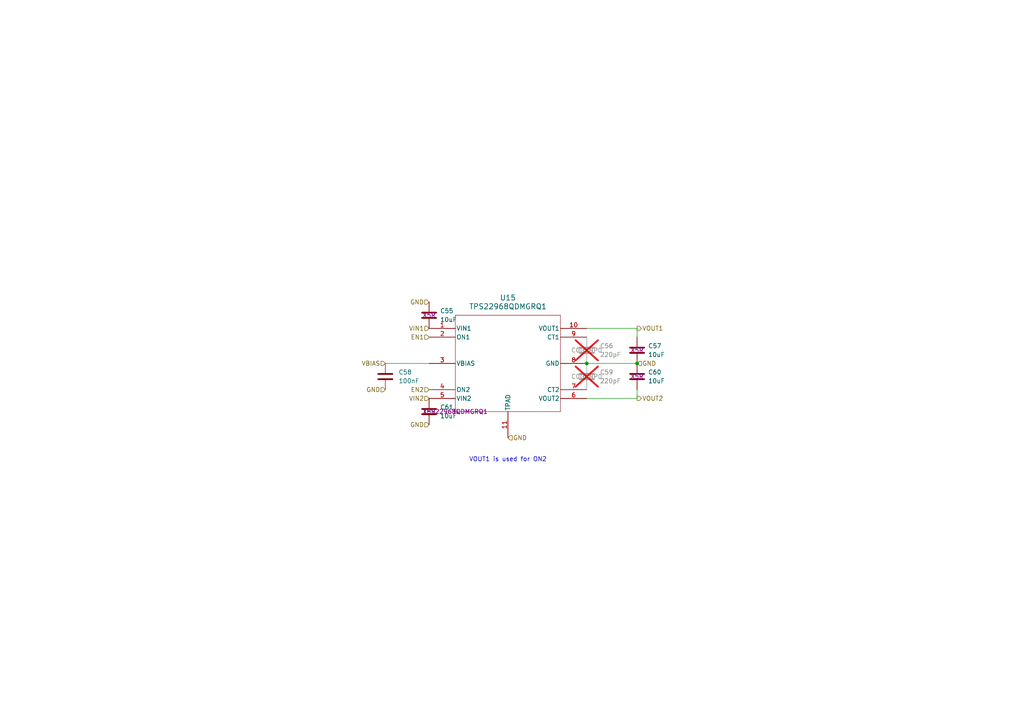
<source format=kicad_sch>
(kicad_sch (version 20250114) (generator "eeschema") (generator_version "9.0")
  (paper "A4")
  (lib_symbols
    (symbol "Common:TPS22968QDMGRQ1" (pin_names (offset 0.254))
      (property "Reference" "U" (at 15.24 33.02 0))
      (property "Value" "TPS22968QDMGRQ1" (at 15.24 30.48 0))
      (symbol "TPS22968QDMGRQ1_0_1"
        (polyline (pts (xy 0 27.94) (xy 0 0)) (stroke (width 0.127)))
        (polyline (pts (xy 0 0) (xy 30.48 0)) (stroke (width 0.127)))
        (polyline (pts (xy 30.48 27.94) (xy 0 27.94)) (stroke (width 0.127)))
        (polyline (pts (xy 30.48 0) (xy 30.48 27.94)) (stroke (width 0.127)))
      )
      (symbol "TPS22968QDMGRQ1_1_1"
        (pin power_in line (at -7.62 24.13 0) (length 7.62) (name "VIN1") (number "1"))
        (pin input line (at -7.62 21.59 0) (length 7.62) (name "ON1") (number "2"))
        (pin power_in line (at -7.62 13.97 0) (length 7.62) (name "VBIAS") (number "3"))
        (pin input line (at -7.62 6.35 0) (length 7.62) (name "ON2") (number "4"))
        (pin power_in line (at -7.62 3.81 0) (length 7.62) (name "VIN2") (number "5"))
        (pin power_in line (at 15.24 -7.62 90) (length 7.62) (name "TPAD") (number "11"))
        (pin power_out line (at 38.1 24.13 180) (length 7.62) (name "VOUT1") (number "10"))
        (pin output line (at 38.1 21.59 180) (length 7.62) (name "CT1") (number "9"))
        (pin power_in line (at 38.1 13.97 180) (length 7.62) (name "GND") (number "8"))
        (pin output line (at 38.1 6.35 180) (length 7.62) (name "CT2") (number "7"))
        (pin power_out line (at 38.1 3.81 180) (length 7.62) (name "VOUT2") (number "6"))
      )
    )
    (symbol "Device:C" (pin_numbers (hide yes)) (pin_names (offset 0.254))
      (property "Reference" "C" (at 0.635 2.54 0))
      (property "Value" "C" (at 0.635 -2.54 0))
      (symbol "C_0_1"
        (polyline (pts (xy -2.032 0.762) (xy 2.032 0.762)) (stroke (width 0.508)))
        (polyline (pts (xy -2.032 -0.762) (xy 2.032 -0.762)) (stroke (width 0.508)))
      )
      (symbol "C_1_1"
        (pin passive line (at 0 3.81 270) (length 2.794) (name "~") (number "1"))
        (pin passive line (at 0 -3.81 90) (length 2.794) (name "~") (number "2"))
      )
    )
  )
  (text "VOUT1 is used for ON2" (at 147.32 133.35 0) (effects (font (size 1.27 1.27))))
  (junction (at 184.785 105.41))
  (junction (at 170.18 105.41))
  (wire (pts (xy 170.18 95.25) (xy 184.785 95.25)))
  (wire (pts (xy 170.18 115.57) (xy 184.785 115.57)))
  (wire (pts (xy 184.785 115.57) (xy 184.785 113.03)))
  (wire (pts (xy 111.76 105.41) (xy 124.46 105.41)))
  (wire (pts (xy 170.18 105.41) (xy 184.785 105.41)))
  (wire (pts (xy 184.785 95.25) (xy 184.785 97.79)))
  (hierarchical_label "VIN2" (shape input) (at 124.46 115.57 180))
  (hierarchical_label "GND" (shape input) (at 147.32 127 0))
  (hierarchical_label "EN1" (shape input) (at 124.46 97.79 180))
  (hierarchical_label "GND" (shape input) (at 184.785 105.41 0))
  (hierarchical_label "GND" (shape input) (at 124.46 123.19 180))
  (hierarchical_label "EN2" (shape input) (at 124.46 113.03 180))
  (hierarchical_label "VOUT2" (shape output) (at 184.785 115.57 0))
  (hierarchical_label "GND" (shape input) (at 124.46 87.63 180))
  (hierarchical_label "VIN1" (shape input) (at 124.46 95.25 180))
  (hierarchical_label "VBIAS" (shape input) (at 111.76 105.41 180))
  (hierarchical_label "GND" (shape input) (at 111.76 113.03 180))
  (hierarchical_label "VOUT1" (shape output) (at 184.785 95.25 0))
  (symbol (lib_id "Device:C") (at 124.46 91.44 0) (unit 1)
    (property "Reference" "C55" (at 127.635 90.1699 0) (effects (justify left)))
    (property "Value" "10uF" (at 127.635 92.7099 0) (effects (justify left)))
    (property "Footprint" "Capacitor_SMD:C_0603_1608Metric_Pad1.08x0.95mm_HandSolder" (effects (hide yes)))
    (property "Datasheet" "https://search.murata.co.jp/Ceramy/image/img/A01X/G101/ENG/GRM188R61E106KA73-01.pdf" (effects (hide yes)))
    (property "Description" "Unpolarized capacitor" (effects (hide yes)))
    (property "MANUFACTURER" "Murata" (effects (hide yes)))
    (property "PARTREV" "GRM188R61E106KA73D" (effects (hide yes)))
    (property "Tolerance" "10" (effects (hide yes)))
    (property "Voltage" "25" (effects (hide yes)))
    (property "Temperture Coefficient" "X5R" (at 124.46 91.44 0))
  )
  (symbol (lib_id "Device:C") (at 111.76 109.22 0) (unit 1)
    (property "Reference" "C58" (at 115.57 107.9499 0) (effects (justify left)))
    (property "Value" "100nF" (at 115.57 110.4899 0) (effects (justify left)))
    (property "Footprint" "Capacitor_SMD:C_0402_1005Metric_Pad0.74x0.62mm_HandSolder" (effects (hide yes)))
    (property "Datasheet" "https://search.murata.co.jp/Ceramy/image/img/A01X/G101/ENG/GRM155R61E104KA87-01.pdf" (effects (hide yes)))
    (property "Description" "Unpolarized capacitor" (effects (hide yes)))
    (property "MANUFACTURER" "Murata" (effects (hide yes)))
    (property "PARTREV" "GRM155R61E104KA87D" (effects (hide yes)))
    (property "Temperture Coefficient" "X5R" (effects (hide yes)))
    (property "Tolerance" "10" (effects (hide yes)))
    (property "Voltage" "25" (effects (hide yes)))
  )
  (symbol (lib_id "Device:C") (at 184.785 109.22 0) (unit 1)
    (property "Reference" "C60" (at 187.96 107.9499 0) (effects (justify left)))
    (property "Value" "10uF" (at 187.96 110.4899 0) (effects (justify left)))
    (property "Footprint" "Capacitor_SMD:C_0603_1608Metric_Pad1.08x0.95mm_HandSolder" (effects (hide yes)))
    (property "Datasheet" "https://search.murata.co.jp/Ceramy/image/img/A01X/G101/ENG/GRM188R61E106KA73-01.pdf" (effects (hide yes)))
    (property "Description" "Unpolarized capacitor" (effects (hide yes)))
    (property "MANUFACTURER" "Murata" (effects (hide yes)))
    (property "PARTREV" "GRM188R61E106KA73D" (effects (hide yes)))
    (property "Tolerance" "10" (effects (hide yes)))
    (property "Voltage" "25" (effects (hide yes)))
    (property "Temperture Coefficient" "X5R" (at 184.785 109.22 0))
  )
  (symbol (lib_id "Device:C") (at 184.785 101.6 0) (unit 1)
    (property "Reference" "C57" (at 187.96 100.3299 0) (effects (justify left)))
    (property "Value" "10uF" (at 187.96 102.8699 0) (effects (justify left)))
    (property "Footprint" "Capacitor_SMD:C_0603_1608Metric_Pad1.08x0.95mm_HandSolder" (effects (hide yes)))
    (property "Datasheet" "https://search.murata.co.jp/Ceramy/image/img/A01X/G101/ENG/GRM188R61E106KA73-01.pdf" (effects (hide yes)))
    (property "Description" "Unpolarized capacitor" (effects (hide yes)))
    (property "MANUFACTURER" "Murata" (effects (hide yes)))
    (property "PARTREV" "GRM188R61E106KA73D" (effects (hide yes)))
    (property "Tolerance" "10" (effects (hide yes)))
    (property "Voltage" "25" (effects (hide yes)))
    (property "Temperture Coefficient" "X5R" (at 184.785 101.6 0))
  )
  (symbol (lib_id "Device:C") (at 170.18 101.6 0) (unit 1) (dnp yes)
    (property "Reference" "C56" (at 173.99 100.3299 0) (effects (justify left)))
    (property "Value" "220pF" (at 173.99 102.8699 0) (effects (justify left)))
    (property "Footprint" "Capacitor_SMD:C_0402_1005Metric_Pad0.74x0.62mm_HandSolder" (effects (hide yes)))
    (property "Datasheet" "https://search.murata.co.jp/Ceramy/image/img/A01X/G101/ENG/GRT1555C1H221FA02-01.pdf" (effects (hide yes)))
    (property "Description" "Unpolarized capacitor" (effects (hide yes)))
    (property "MANUFACTURER" "Murata" (effects (hide yes)))
    (property "PARTREV" "GRT1555C1H221FA02D" (effects (hide yes)))
    (property "Temperture Coefficient" "C0G/NP0" (at 170.18 101.6 0))
    (property "Tolerance" "1" (at 170.18 101.6 0))
    (property "Voltage" "50" (at 170.18 101.6 0))
  )
  (symbol (lib_id "Device:C") (at 170.18 109.22 0) (unit 1) (dnp yes)
    (property "Reference" "C59" (at 173.99 107.9499 0) (effects (justify left)))
    (property "Value" "220pF" (at 173.99 110.4899 0) (effects (justify left)))
    (property "Footprint" "Capacitor_SMD:C_0402_1005Metric_Pad0.74x0.62mm_HandSolder" (effects (hide yes)))
    (property "Datasheet" "https://search.murata.co.jp/Ceramy/image/img/A01X/G101/ENG/GRT1555C1H221FA02-01.pdf" (effects (hide yes)))
    (property "Description" "Unpolarized capacitor" (effects (hide yes)))
    (property "MANUFACTURER" "Murata" (effects (hide yes)))
    (property "PARTREV" "GRT1555C1H221FA02D" (effects (hide yes)))
    (property "Temperture Coefficient" "C0G/NP0" (at 170.18 109.22 0))
    (property "Tolerance" "1" (at 170.18 109.22 0))
    (property "Voltage" "50" (at 170.18 109.22 0))
  )
  (symbol (lib_id "Device:C") (at 124.46 119.38 0) (unit 1)
    (property "Reference" "C61" (at 127.635 118.1099 0) (effects (justify left)))
    (property "Value" "10uF" (at 127.635 120.6499 0) (effects (justify left)))
    (property "Footprint" "Capacitor_SMD:C_0603_1608Metric_Pad1.08x0.95mm_HandSolder" (effects (hide yes)))
    (property "Datasheet" "https://search.murata.co.jp/Ceramy/image/img/A01X/G101/ENG/GRM188R61E106KA73-01.pdf" (effects (hide yes)))
    (property "Description" "Unpolarized capacitor" (effects (hide yes)))
    (property "MANUFACTURER" "Murata" (effects (hide yes)))
    (property "PARTREV" "GRM188R61E106KA73D" (effects (hide yes)))
    (property "Tolerance" "10" (effects (hide yes)))
    (property "Voltage" "25" (effects (hide yes)))
    (property "Temperture Coefficient" "X5R" (at 124.46 119.38 0))
  )
  (symbol (lib_id "Common:TPS22968QDMGRQ1") (at 132.08 119.38 0) (unit 1)
    (property "Reference" "U15" (at 147.32 86.36 0) (effects (font (size 1.524 1.524))))
    (property "Value" "TPS22968QDMGRQ1" (at 147.32 88.9 0) (effects (font (size 1.524 1.524))))
    (property "Footprint" "Package_SON:WSON-10-1EP_2x3mm_P0.5mm_EP0.84x2.4mm" (effects (hide yes)))
    (property "Datasheet" "https://www.ti.com/lit/ds/symlink/tps22968-q1.pdf?HQS=dis-dk-null-digikeymode-dsf-pf-null-wwe&ts=1746990618053&ref_url=https%253A%252F%252Fwww.ti.com%252Fgeneral%252Fdocs%252Fsuppproductinfo.tsp%253FdistId%253D10%2526gotoUrl%253Dhttps%253A%252F%252Fwww.ti.com%252Flit%252Fgpn%252Ftps22968-q1" (effects (hide yes)))
    (property "MANUFACTURER" "TI" (at 132.08 119.38 0))
    (property "PARTREV" "TPS22968QDMGRQ1" (at 132.08 119.38 0))
  )
)
</source>
